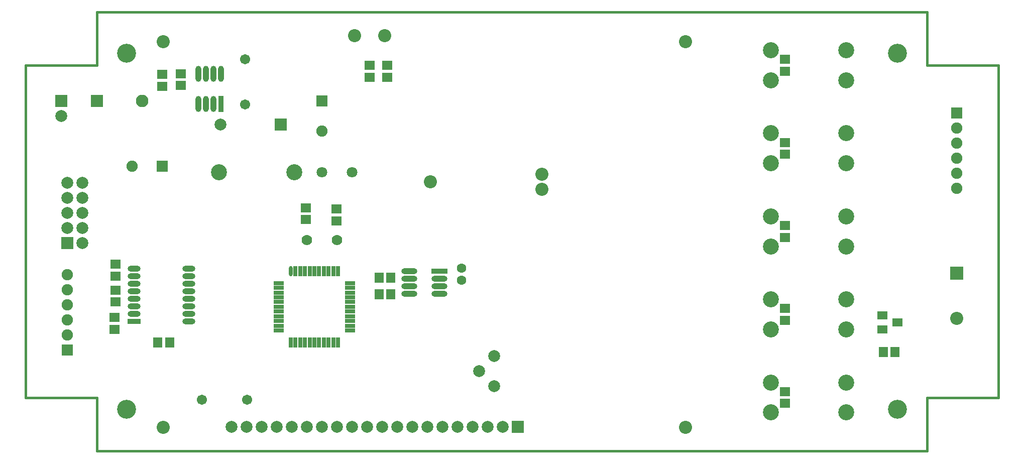
<source format=gbs>
%FSTAX23Y23*%
%MOIN*%
%SFA1B1*%

%IPPOS*%
%ADD48C,0.016535*%
%ADD49C,0.086732*%
%ADD50C,0.106417*%
%ADD51C,0.078858*%
%ADD52R,0.078858X0.078858*%
%ADD53C,0.126102*%
%ADD54R,0.074921X0.074921*%
%ADD55C,0.074921*%
%ADD56C,0.070984*%
%ADD57R,0.082795X0.082795*%
%ADD58C,0.082795*%
%ADD59R,0.074921X0.074921*%
%ADD60R,0.078858X0.078858*%
%ADD61R,0.086732X0.086732*%
%ADD62C,0.067047*%
%ADD63C,0.063110*%
%ADD64C,0.070000*%
%ADD65R,0.070984X0.059173*%
%ADD66R,0.059173X0.070984*%
%ADD67R,0.070984X0.055236*%
%ADD68O,0.037520X0.106417*%
%ADD69R,0.037520X0.106417*%
%ADD70O,0.106417X0.037520*%
%ADD71R,0.106417X0.037520*%
%ADD72R,0.027677X0.067047*%
%ADD73R,0.067047X0.027677*%
%ADD74O,0.027677X0.067047*%
%ADD75O,0.086732X0.037520*%
%ADD76R,0.086732X0.037520*%
%LNkradac270315-1*%
%LPD*%
G54D48*
X-00669Y00078D02*
X-00196D01*
Y02283D02*
Y02637D01*
X-00669Y02283D02*
X-00196D01*
X-00669Y00078D02*
Y02283D01*
X-00196Y-00275D02*
Y00078D01*
Y-00275D02*
X05314D01*
Y00078*
X05787*
Y02283*
X05314D02*
X05787D01*
X05314D02*
Y02637D01*
X-00196D02*
X05314D01*
G54D49*
X00245Y-00119D03*
X0371D03*
X00245Y02439D03*
X0371D03*
X02759Y01461D03*
Y01561D03*
X02019Y01511D03*
X05511Y00605D03*
X01714Y0248D03*
X01514D03*
G54D50*
X04277Y01632D03*
X04777D03*
X04277Y01081D03*
X04777D03*
X04277Y00529D03*
X04777D03*
X04277Y-00021D03*
X04777D03*
X04277Y01832D03*
X04777D03*
X04277Y01281D03*
X04777D03*
X04277Y00729D03*
X04777D03*
X04277Y00178D03*
X04777D03*
X01114Y01574D03*
X00614D03*
X04777Y02383D03*
X04277D03*
X04777Y02183D03*
X04277D03*
G54D51*
X01198Y-00118D03*
X01098D03*
X01998D03*
X01898D03*
X01798D03*
X01698D03*
X01598D03*
X01498D03*
X01398D03*
X01298D03*
X02298D03*
X02098D03*
X00698D03*
X00798D03*
X00998D03*
X02198D03*
X02498D03*
X00898D03*
X02398D03*
X0244Y00354D03*
X0234Y00254D03*
X0244Y00154D03*
X00623Y01889D03*
X-00433Y01947D03*
X-00293Y01302D03*
X-00393D03*
X-00293Y01102D03*
Y01402D03*
X-00393D03*
X-00293Y01202D03*
X-00393D03*
Y01502D03*
X-00293D03*
G54D52*
X02598Y-00118D03*
X01023Y01889D03*
G54D53*
X0Y0D03*
Y02362D03*
X05118D03*
Y0D03*
G54D54*
X00236Y01614D03*
G54D55*
X00036Y01614D03*
X05511Y01868D03*
Y01768D03*
Y01668D03*
Y01568D03*
Y01468D03*
X-00393Y00593D03*
Y00793D03*
Y00693D03*
Y00493D03*
Y00893D03*
X01299Y01847D03*
G54D56*
X01299Y01574D03*
X01499D03*
G54D57*
X-00196Y02047D03*
G54D58*
X00103Y02047D03*
G54D59*
X05511Y01968D03*
X-00393Y00393D03*
X01299Y02047D03*
G54D60*
X-00433Y02047D03*
X-00393Y01102D03*
G54D61*
X05511Y00905D03*
G54D62*
X00787Y02322D03*
Y02022D03*
X005Y00062D03*
X008D03*
G54D63*
X02224Y00858D03*
Y00937D03*
G54D64*
X01396Y01125D03*
X01196D03*
G54D65*
X0437Y02322D03*
Y02244D03*
Y01771D03*
Y01692D03*
Y0122D03*
Y01141D03*
Y00669D03*
Y0059D03*
Y00118D03*
Y00039D03*
X01614Y02283D03*
Y02204D03*
X-00078Y00531D03*
Y0061D03*
X-00074Y00885D03*
Y00964D03*
Y00791D03*
Y00712D03*
X01192Y01259D03*
Y01338D03*
X01393Y01251D03*
Y0133D03*
X01732Y02204D03*
Y02283D03*
X00236Y02224D03*
Y02145D03*
X00362Y02228D03*
Y02149D03*
G54D66*
X00287Y00444D03*
X00208D03*
X01677Y00874D03*
X01755D03*
X01677Y00763D03*
X01755D03*
X05102Y00381D03*
X05023D03*
G54D67*
X05019Y00531D03*
X05118Y00576D03*
X05019Y00622D03*
G54D68*
X00529Y02227D03*
X00579Y02027D03*
X00629Y02227D03*
X00579D03*
X00479D03*
X00529Y02027D03*
X00479D03*
G54D69*
X00629Y02027D03*
G54D70*
X01878Y00917D03*
Y00767D03*
Y00817D03*
X02078Y00867D03*
Y00817D03*
Y00767D03*
X01878Y00867D03*
G54D71*
X02078Y00917D03*
G54D72*
X01311Y00917D03*
X01279D03*
X01216D03*
Y00444D03*
X01279D03*
X01374Y00917D03*
X01153D03*
X01405D03*
X01342D03*
X01185D03*
X01122D03*
X01248D03*
Y00444D03*
X01311D03*
X01342D03*
X01374D03*
X01405D03*
X01153D03*
X01185D03*
X0109D03*
X01122D03*
G54D73*
X01011Y00649D03*
X01484Y00681D03*
Y00838D03*
X01011Y00744D03*
Y00712D03*
X01484Y00775D03*
X01011Y00681D03*
X01484Y00649D03*
Y00712D03*
Y00744D03*
Y00523D03*
Y00555D03*
Y00586D03*
Y00618D03*
Y00807D03*
X01011Y00523D03*
Y00555D03*
Y00586D03*
Y00618D03*
Y00775D03*
Y00807D03*
Y00838D03*
G54D74*
X0109Y00917D03*
G54D75*
X00413Y00582D03*
Y00882D03*
Y00832D03*
Y00932D03*
Y00782D03*
Y00732D03*
X00051Y00932D03*
Y00832D03*
Y00782D03*
Y00732D03*
Y00882D03*
X00413Y00682D03*
X00051Y00632D03*
Y00682D03*
X00413Y00632D03*
G54D76*
X00051Y00582D03*
M02*
</source>
